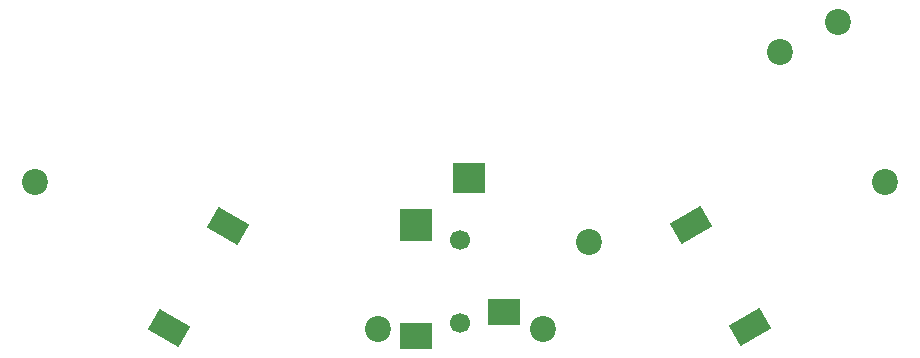
<source format=gbr>
%TF.GenerationSoftware,KiCad,Pcbnew,(6.0.6)*%
%TF.CreationDate,2022-08-03T19:41:37-05:00*%
%TF.ProjectId,GBOYAudioBreakout,47424f59-4175-4646-996f-427265616b6f,rev?*%
%TF.SameCoordinates,Original*%
%TF.FileFunction,Soldermask,Bot*%
%TF.FilePolarity,Negative*%
%FSLAX46Y46*%
G04 Gerber Fmt 4.6, Leading zero omitted, Abs format (unit mm)*
G04 Created by KiCad (PCBNEW (6.0.6)) date 2022-08-03 19:41:37*
%MOMM*%
%LPD*%
G01*
G04 APERTURE LIST*
G04 Aperture macros list*
%AMRotRect*
0 Rectangle, with rotation*
0 The origin of the aperture is its center*
0 $1 length*
0 $2 width*
0 $3 Rotation angle, in degrees counterclockwise*
0 Add horizontal line*
21,1,$1,$2,0,0,$3*%
G04 Aperture macros list end*
%ADD10C,2.200000*%
%ADD11RotRect,3.000000X2.000000X30.000000*%
%ADD12RotRect,3.000000X2.000000X150.000000*%
%ADD13C,1.700000*%
%ADD14R,2.800000X2.200000*%
%ADD15R,2.800000X2.800000*%
%ADD16R,2.800000X2.600000*%
G04 APERTURE END LIST*
D10*
%TO.C,H4*%
X146680000Y-105400000D03*
%TD*%
D11*
%TO.C,LS2*%
X164204848Y-105247128D03*
X159204848Y-96586874D03*
%TD*%
D12*
%TO.C,LS1*%
X120040153Y-96681873D03*
X115040153Y-105342127D03*
%TD*%
D10*
%TO.C,H5*%
X132680000Y-105400000D03*
%TD*%
%TO.C,H2*%
X171670000Y-79400000D03*
%TD*%
%TO.C,H1*%
X103670000Y-92950000D03*
%TD*%
%TO.C,U1*%
X150620000Y-98075000D03*
X166720000Y-81975000D03*
%TD*%
%TO.C,H3*%
X175670000Y-92950000D03*
%TD*%
D13*
%TO.C,J1*%
X139670000Y-97900000D03*
X139670000Y-104900000D03*
D14*
X143370000Y-104000000D03*
X135970000Y-106000000D03*
D15*
X135970000Y-96600000D03*
D16*
X140420000Y-92600000D03*
%TD*%
M02*

</source>
